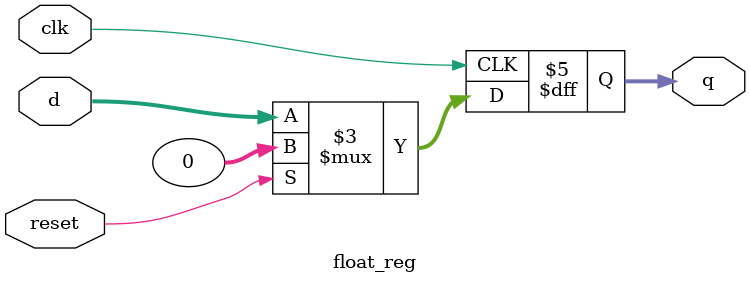
<source format=v>
module float_reg #(parameter DATA_WIDTH = 32) (clk, reset, d, q);

    input clk, reset;
    input[DATA_WIDTH-1:0] d;
    output[DATA_WIDTH-1:0] q;
    reg[DATA_WIDTH-1:0] q;


    always @(posedge clk) begin
      if (reset)
        q <= 0;
      else 
        q <= d;
    end

endmodule
</source>
